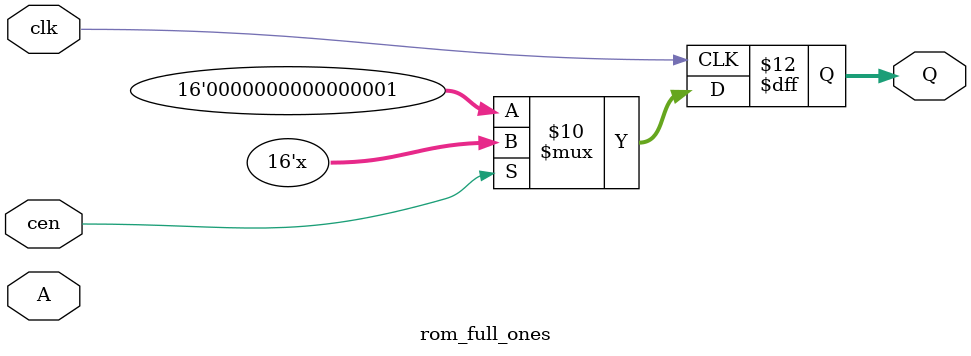
<source format=v>

`define ROM_ENABLE 1'b0
`define ROM_DISABLE 1'b1

module rom_full_ones #(
  parameter                   ROM_DEPTH = 1024,   // rom depth
  parameter                   NUM_DATA = 1,       // the number of data in a memory word
  parameter                   BIT_WIDTH = 16      // bit width of one data
) (
  input wire                  clk,                // system clock
  input wire                  cen,                // chip enable (active low)
  input wire  [clog2(ROM_DEPTH)-1:0]
                              A,                  // rom read address
  output reg  [NUM_DATA*BIT_WIDTH-1:0]
                              Q                   // rom read data
);

// ---------------------------
// Ceiling of log2
// ---------------------------
function integer clog2(input integer n);
  integer i;
  begin
    clog2 = 0;
    for (i = n - 1; i > 0; i = i >> 1) begin
      clog2   = clog2 + 1;
    end
  end
endfunction

// -----------------------------------------------------------
// Behavior of the ROM of full 1s (output 1 when chip enable)
// -----------------------------------------------------------
integer j;
always @(posedge clk) begin
  if (cen == `ROM_ENABLE) begin
    for (j = 0; j < NUM_DATA; j = j + 1) begin
      Q[j*BIT_WIDTH+:BIT_WIDTH]
              <= {{(BIT_WIDTH-1){1'b0}}, 1'b1};
    end
  end else begin
    Q         <= {(NUM_DATA*BIT_WIDTH){1'bx}};
  end
end

endmodule

</source>
